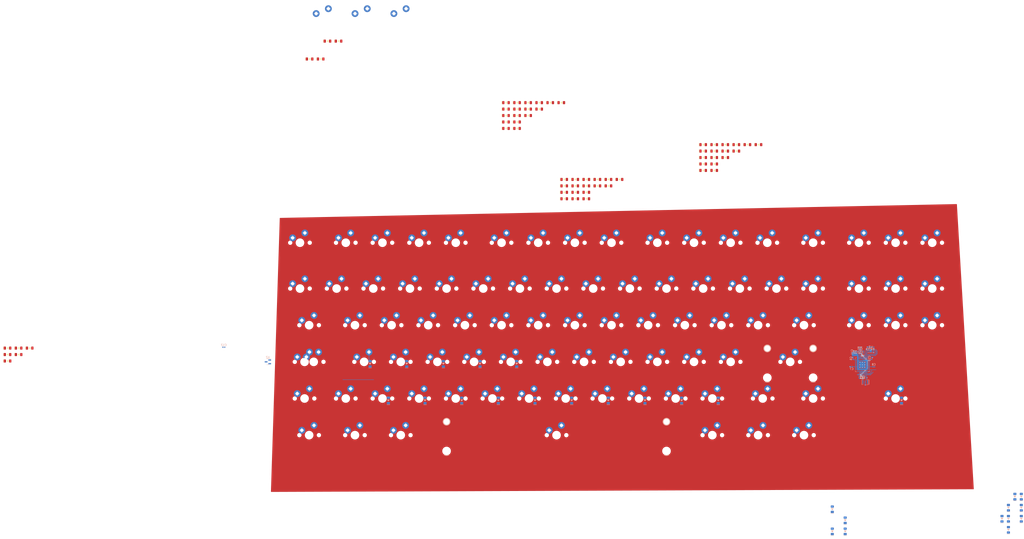
<source format=kicad_pcb>
(kicad_pcb (version 20211014) (generator pcbnew)
  (layers (0 "F.Cu" signal) (31 "B.Cu" signal) (34 "B.Paste" user) (35 "F.Paste" user) (36 "B.SilkS" user "B.Silkscreen") (37 "F.SilkS" user "F.Silkscreen") (38 "B.Mask" user) (39 "F.Mask" user) (44 "Edge.Cuts" user))
  (net 0 "")
  (net 1 "Net-(D1-Pad2)")
  (net 2 "Net-(D2-Pad2)")
  (net 3 "Net-(D3-Pad2)")
  (net 4 "Net-(D4-Pad2)")
  (net 5 "Net-(D5-Pad2)")
  (net 6 "Net-(D6-Pad2)")
  (net 7 "Net-(D7-Pad2)")
  (net 8 "Net-(D8-Pad2)")
  (net 9 "Net-(D9-Pad2)")
  (net 10 "Net-(D10-Pad2)")
  (net 11 "Net-(D11-Pad2)")
  (net 12 "Net-(D12-Pad2)")
  (net 13 "Net-(D13-Pad2)")
  (net 14 "Net-(D14-Pad2)")
  (net 15 "Net-(D15-Pad2)")
  (net 16 "Net-(D16-Pad2)")
  (net 17 "Net-(D17-Pad2)")
  (net 18 "Net-(D18-Pad2)")
  (net 19 "Net-(D19-Pad2)")
  (net 20 "Net-(D20-Pad2)")
  (net 21 "Net-(D21-Pad2)")
  (net 22 "Net-(D22-Pad2)")
  (net 23 "Net-(D23-Pad2)")
  (net 24 "Net-(D24-Pad2)")
  (net 25 "Net-(D25-Pad2)")
  (net 26 "Net-(D26-Pad2)")
  (net 27 "Net-(D27-Pad2)")
  (net 28 "Net-(D28-Pad2)")
  (net 29 "Net-(D29-Pad2)")
  (net 30 "Net-(D30-Pad2)")
  (net 31 "Net-(D31-Pad2)")
  (net 32 "Net-(D32-Pad2)")
  (net 33 "Net-(D33-Pad2)")
  (net 34 "Net-(D34-Pad2)")
  (net 35 "Net-(D35-Pad2)")
  (net 36 "Net-(D36-Pad2)")
  (net 37 "Net-(D37-Pad2)")
  (net 38 "Net-(D38-Pad2)")
  (net 39 "Net-(D39-Pad2)")
  (net 40 "Net-(D40-Pad2)")
  (net 41 "Net-(D41-Pad2)")
  (net 42 "Net-(D42-Pad2)")
  (net 43 "Net-(D43-Pad2)")
  (net 44 "Net-(D44-Pad2)")
  (net 45 "Net-(D45-Pad2)")
  (net 46 "Net-(D46-Pad2)")
  (net 47 "Net-(D47-Pad2)")
  (net 48 "Net-(D48-Pad2)")
  (net 49 "Net-(D49-Pad2)")
  (net 50 "Net-(D50-Pad2)")
  (net 51 "Net-(D51-Pad2)")
  (net 52 "Net-(MX1-Pad1)")
  (net 53 "Net-(MX19-Pad1)")
  (net 54 "Net-(MX20-Pad1)")
  (net 55 "Net-(D52-Pad2)")
  (net 56 "Net-(D53-Pad2)")
  (net 57 "Net-(D54-Pad2)")
  (net 58 "Net-(D55-Pad2)")
  (net 59 "Net-(D56-Pad2)")
  (net 60 "Net-(D57-Pad2)")
  (net 61 "Net-(D58-Pad2)")
  (net 62 "Net-(D59-Pad2)")
  (net 63 "Net-(D60-Pad2)")
  (net 64 "Net-(D61-Pad2)")
  (net 65 "Net-(D62-Pad2)")
  (net 66 "Net-(D63-Pad2)")
  (net 67 "Net-(D64-Pad2)")
  (net 68 "Net-(D65-Pad2)")
  (net 69 "Net-(D66-Pad2)")
  (net 70 "Net-(D67-Pad2)")
  (net 71 "Net-(D68-Pad2)")
  (net 72 "Net-(D69-Pad2)")
  (net 73 "Net-(D70-Pad2)")
  (net 74 "Net-(D71-Pad2)")
  (net 75 "Net-(D72-Pad2)")
  (net 76 "Net-(D73-Pad2)")
  (net 77 "Net-(D74-Pad2)")
  (net 78 "Net-(D75-Pad2)")
  (net 79 "Net-(D76-Pad2)")
  (net 80 "Net-(D77-Pad2)")
  (net 81 "Net-(D78-Pad2)")
  (net 82 "Net-(D79-Pad2)")
  (net 83 "Net-(D81-Pad2)")
  (net 84 "Net-(D80-Pad2)")
  (net 85 "Net-(D82-Pad2)")
  (net 86 "Net-(D83-Pad2)")
  (net 87 "Net-(D84-Pad2)")
  (net 88 "Net-(D85-Pad2)")
  (net 89 "Net-(D86-Pad2)")
  (net 90 "Net-(MX77-Pad1)")
  (net 91 "Net-(MX78-Pad1)")
  (net 94 "Net-(D10-Pad1)")
  (net 95 "Net-(D27-Pad1)")
  (net 96 "Net-(D46-Pad1)")
  (net 97 "Net-(D64-Pad1)")
  (net 98 "Net-(D77-Pad1)")
  (net 99 "Net-(D85-Pad1)")
  (net 100 "Net-(D87-Pad2)")
  (net 101 "Net-(D88-Pad2)")
  (net 102 "Net-(D89-Pad2)")
  (net 103 "Net-(MX38-Pad1)")
  (net 104 "Net-(MX39-Pad1)")
  (net 105 "Net-(MX40-Pad1)")
  (net 106 "Net-(MX24-Pad1)")
  (net 107 "Net-(MX8-Pad1)")
  (net 108 "Net-(MX9-Pad1)")
  (net 109 "Net-(MX10-Pad1)")
  (net 110 "Net-(MX62-Pad1)")
  (net 111 "Net-(MX65-Pad1)")
  (net 112 "Net-(MX15-Pad1)")
  (net 113 "Net-(MX33-Pad1)")
  (net 114 "Net-(MX17-Pad1)")
  (net 126 "unconnected-(U1-Pad14)")
  (net 127 "unconnected-(U1-Pad15)")
  (net 128 "unconnected-(U1-Pad16)")
  (net 129 "unconnected-(U1-Pad17)")
  (net 130 "unconnected-(U1-Pad18)")
  (net 131 "unconnected-(U1-Pad24)")
  (net 132 "unconnected-(U1-Pad25)")
  (net 148 "+3V3")
  (net 149 "GND")
  (net 150 "+5V")
  (net 151 "+1V1")
  (net 152 "D+")
  (net 153 "Net-(R1-Pad2)")
  (net 154 "Net-(R2-Pad1)")
  (net 155 "D-")
  (net 156 "Net-(U1-Pad21)")
  (net 157 "Net-(R3-Pad2)")
  (net 158 "Net-(U1-Pad20)")
  (net 159 "SD3")
  (net 160 "SCLK")
  (net 161 "SD0")
  (net 162 "SD2")
  (net 163 "SD1")
  (net 164 "SS")
  (footprint "sanproject-keyboard-part-v6:DIODE_1206_SawnsProjects" (layer "F.Cu") (at 186.928125 5.20625)
    (fp_text reference "D6")
    (fp_text value "CD4148W")
  )
  (footprint "sanproject-keyboard-part-v6:DIODE_1206_SawnsProjects" (layer "F.Cu") (at 181.178125 8.55625)
    (fp_text reference "D8")
    (fp_text value "CD4148W")
  )
  (footprint "sanproject-keyboard-part-v6:DIODE_1206_SawnsProjects" (layer "F.Cu") (at 156.675 -31.350001)
    (fp_text reference "D51")
    (fp_text value "CD4148W")
  )
  (footprint "sanproject-keyboard-part-v6:DIODE_1206_SawnsProjects" (layer "F.Cu") (at 43.0975 -57.385)
    (fp_text reference "D89")
    (fp_text value "CD4148W")
  )
  (footprint "sanproject-keyboard-part-v6:DIODE_1206_SawnsProjects" (layer "F.Cu") (at 247.649999 0.525)
    (fp_text reference "D19")
    (fp_text value "CD4148W")
  )
  (footprint "MX_Solder_SawnsProjects_AntiShear:MXOnly-1U-NoLED" (layer "F.Cu") (at 38.1 61.9125)
    (fp_text reference "MX18")
    (fp_text value "1U")
  )
  (footprint "sanproject-keyboard-part-v6:DIODE_1206_SawnsProjects" (layer "F.Cu") (at 192.678125 5.20625)
    (fp_text reference "D5")
    (fp_text value "CD4148W")
  )
  (footprint "MX_Solder_SawnsProjects_AntiShear:MXOnly-1U-NoLED" (layer "F.Cu") (at 61.9125 38.1)
    (fp_text reference "MX2")
    (fp_text value "1U")
  )
  (footprint "MX_Solder_SawnsProjects_AntiShear:MXOnly-1U-NoLED" (layer "F.Cu") (at 328.6125 80.9625)
    (fp_text reference "MX49")
    (fp_text value "1U")
  )
  (footprint "MX_Solder_SawnsProjects_AntiShear:MXOnly-1U-NoLED" (layer "F.Cu") (at 328.612501 61.9125)
    (fp_text reference "MX32")
    (fp_text value "1U")
  )
  (footprint "sanproject-keyboard-part-v6:DIODE_1206_SawnsProjects" (layer "F.Cu") (at 276.4 -12.875)
    (fp_text reference "D34")
    (fp_text value "CD4148W")
  )
  (footprint "MX_Solder_SawnsProjects_AntiShear:MXOnly-1.5U-NoLED" (layer "F.Cu") (at 42.8625 138.1125)
    (fp_text reference "MX81")
    (fp_text value "1.5U")
  )
  (footprint "MX_Solder_SawnsProjects_AntiShear:MXOnly-1U-NoLED" (layer "F.Cu") (at 328.6125 38.099999)
    (fp_text reference "MX15")
    (fp_text value "1U")
  )
  (footprint "sanproject-keyboard-part-v6:DIODE_1206_SawnsProjects" (layer "F.Cu") (at 173.925 -34.7)
    (fp_text reference "D43")
    (fp_text value "CD4148W")
  )
  (footprint "sanproject-keyboard-part-v6:DIODE_1206_SawnsProjects" (layer "F.Cu") (at 48.8475 -57.385)
    (fp_text reference "D88")
    (fp_text value "CD4148W")
  )
  (footprint "MX_Solder_SawnsProjects_AntiShear:MXOnly-1U-NoLED" (layer "F.Cu") (at 200.025 38.099999)
    (fp_text reference "MX9")
    (fp_text value "1U")
  )
  (footprint "MX_Solder_SawnsProjects_AntiShear:MXOnly-1U-NoLED" (layer "F.Cu") (at 252.4125 119.062501)
    (fp_text reference "MX77")
    (fp_text value "1U")
  )
  (footprint "MX_Solder_SawnsProjects_AntiShear:MXOnly-1U-NoLED" (layer "F.Cu") (at 261.9375 38.1)
    (fp_text reference "MX12")
    (fp_text value "1U")
  )
  (footprint "MX_Solder_SawnsProjects_AntiShear:MXOnly-1U-NoLED" (layer "F.Cu") (at 190.5 61.9125)
    (fp_text reference "MX27")
    (fp_text value "1U")
  )
  (footprint "MX_Solder_SawnsProjects_AntiShear:MXOnly-1U-NoLED" (layer "F.Cu") (at 80.9625 38.1)
    (fp_text reference "MX3")
    (fp_text value "1U")
  )
  (footprint "sanproject-keyboard-part-v6:DIODE_1206_SawnsProjects" (layer "F.Cu") (at 162.425 -31.350001)
    (fp_text reference "D47")
    (fp_text value "CD4148W")
  )
  (footprint "MX_Solder_SawnsProjects_AntiShear:MXOnly-1.5U-NoLED" (layer "F.Cu") (at 42.8625 80.9625)
    (fp_text reference "MX35")
    (fp_text value "1.5U")
  )
  (footprint "MX_Solder_SawnsProjects_AntiShear:MXOnly-1U-NoLED" (layer "F.Cu") (at 304.8 38.099999)
    (fp_text reference "MX14")
    (fp_text value "1U")
  )
  (footprint "MX_Solder_SawnsProjects_AntiShear:MXOnly-1.5U-NoLED" (layer "F.Cu") (at 300.0375 138.1125)
    (fp_text reference "MX86")
    (fp_text value "1.5U")
  )
  (footprint "MX_Solder_SawnsProjects_AntiShear:MXOnly-1U-NoLED" (layer "F.Cu") (at 366.7125 38.1)
    (fp_text reference "MX17")
    (fp_text value "1U")
  )
  (footprint "MX_Solder_SawnsProjects_AntiShear:MXOnly-1U-NoLED" (layer "F.Cu") (at 161.925 38.1)
    (fp_text reference "MX7")
    (fp_text value "1U")
  )
  (footprint "MX_Solder_SawnsProjects_AntiShear:MXOnly-1U-NoLED" (layer "F.Cu") (at 142.875 38.1)
    (fp_text reference "MX6")
    (fp_text value "1U")
  )
  (footprint "MX_Solder_SawnsProjects_AntiShear:MXOnly-1.75U-NoLED" (layer "F.Cu") (at 278.60625 119.0625)
    (fp_text reference "MX78")
    (fp_text value "1.75U")
  )
  (footprint "sanproject-keyboard-part-v6:DIODE_1206_SawnsProjects" (layer "F.Cu") (at 145.175 -31.350001)
    (fp_text reference "D40")
    (fp_text value "CD4148W")
  )
  (footprint "MX_Solder_SawnsProjects_AntiShear:MXOnly-1U-NoLED" (layer "F.Cu") (at 38.1 38.1)
    (fp_text reference "MX1")
    (fp_text value "1U")
  )
  (footprint "MX_Solder_SawnsProjects_AntiShear:MXOnly-1U-NoLED" (layer "F.Cu") (at 114.3 61.912501)
    (fp_text reference "MX22")
    (fp_text value "1U")
  )
  (footprint "MX_Solder_SawnsProjects_AntiShear:MXOnly-1U-NoLED" (layer "F.Cu") (at 214.3125 119.0625)
    (fp_text reference "MX75")
    (fp_text value "1U")
  )
  (footprint "MX_Solder_SawnsProjects_AntiShear:MXOnly-1U-NoLED" (layer "F.Cu") (at 195.2625 119.0625)
    (fp_text reference "MX74")
    (fp_text value "1U")
  )
  (footprint "MX_Solder_SawnsProjects_AntiShear:MXOnly-1U-NoLED" (layer "F.Cu") (at 285.75 61.9125)
    (fp_text reference "MX31")
    (fp_text value "1U")
  )
  (footprint "MX_Solder_SawnsProjects_AntiShear:MXOnly-1.5U-NoLED" (layer "F.Cu") (at 90.4875 138.1125)
    (fp_text reference "MX83")
    (fp_text value "1.5U")
  )
  (footprint "MX_Solder_SawnsProjects_AntiShear:MXOnly-1U-NoLED" (layer "F.Cu") (at 261.9375 100.012499)
    (fp_text reference "MX63")
    (fp_text value "1U")
  )
  (footprint "sanproject-keyboard-part-v6:DIODE_1206_SawnsProjects" (layer "F.Cu") (at -113.89375 96.218751)
    (fp_text reference "D85")
    (fp_text value "CD4148W")
  )
  (footprint "sanproject-keyboard-part-v6:DIODE_1206_SawnsProjects" (layer "F.Cu") (at 145.175 -21.299999)
    (fp_text reference "D45")
    (fp_text value "CD4148W")
  )
  (footprint "MX_Solder_SawnsProjects_AntiShear:MXOnly-1U-NoLED" (layer "F.Cu") (at 128.5875 100.0125)
    (fp_text reference "MX56")
    (fp_text value "1U")
  )
  (footprint "sanproject-keyboard-part-v6:DIODE_1206_SawnsProjects" (layer "F.Cu") (at 259.15 -6.175)
    (fp_text reference "D22")
    (fp_text value "CD4148W")
  )
  (footprint "MX_Solder_SawnsProjects_AntiShear:MXOnly-1U-NoLED" (layer "F.Cu") (at 366.7125 61.9125)
    (fp_text reference "MX34")
    (fp_text value "1U")
  )
  (footprint "sanproject-keyboard-part-v6:DIODE_1206_SawnsProjects" (layer "F.Cu") (at -108.14375 96.218751)
    (fp_text reference "D84")
    (fp_text value "CD4148W")
  )
  (footprint "MX_Solder_SawnsProjects_AntiShear:MXOnly-1U-NoLED" (layer "F.Cu") (at 347.6625 119.0625)
    (fp_text reference "MX80")
    (fp_text value "1U")
  )
  (footprint "sanproject-keyboard-part-v6:DIODE_1206_SawnsProjects" (layer "F.Cu") (at 204.178125 5.20625)
    (fp_text reference "D3")
    (fp_text value "CD4148W")
  )
  (footprint "MX_Solder_SawnsProjects_AntiShear:MXOnly-1U-NoLED" (layer "F.Cu") (at 166.687501 100.0125)
    (fp_text reference "MX58")
    (fp_text value "1U")
  )
  (footprint "sanproject-keyboard-part-v6:DIODE_1206_SawnsProjects" (layer "F.Cu") (at -113.89375 99.56875)
    (fp_text reference "D83")
    (fp_text value "CD4148W")
  )
  (footprint "MX_Solder_SawnsProjects_AntiShear:MXOnly-1U-NoLED" (layer "F.Cu") (at 119.0625 119.0625)
    (fp_text reference "MX70")
    (fp_text value "1U")
  )
  (footprint "MX_Solder_SawnsProjects_AntiShear:MXOnly-1U-NoLED" (layer "F.Cu") (at 171.45 61.9125)
    (fp_text reference "MX25")
    (fp_text value "1U")
  )
  (footprint "sanproject-keyboard-part-v6:DIODE_1206_SawnsProjects" (layer "F.Cu") (at 162.425 -34.7)
    (fp_text reference "D41")
    (fp_text value "CD4148W")
  )
  (footprint "MX_Solder_SawnsProjects_AntiShear:MXOnly-1U-NoLED" (layer "F.Cu") (at 209.55 61.912501)
    (fp_text reference "MX26")
    (fp_text value "1U")
  )
  (footprint "MX_Solder_SawnsProjects_AntiShear:MXOnly-1U-NoLED" (layer "F.Cu") (at 257.175 80.9625)
    (fp_text reference "MX46")
    (fp_text value "1U")
  )
  (footprint "sanproject-keyboard-part-v6:DIODE_1206_SawnsProjects" (layer "F.Cu") (at 198.428125 5.20625)
    (fp_text reference "D16")
    (fp_text value "CD4148W")
  )
  (footprint "sanproject-keyboard-part-v6:DIODE_1206_SawnsProjects" (layer "F.Cu") (at 150.925 -34.7)
    (fp_text reference "D37")
    (fp_text value "CD4148W")
  )
  (footprint "sanproject-keyboard-part-v6:DIODE_1206_SawnsProjects" (layer "F.Cu") (at -102.39375 92.86875)
    (fp_text reference "D80")
    (fp_text value "CD4148W")
  )
  (footprint "MX_Solder_SawnsProjects_AntiShear:MXOnly-1U-NoLED" (layer "F.Cu") (at 180.975 38.1)
    (fp_text reference "MX8")
    (fp_text value "1U")
  )
  (footprint "sanproject-keyboard-part-v6:DIODE_1206_SawnsProjects" (layer "F.Cu") (at 175.428125 5.20625)
    (fp_text reference "D13")
    (fp_text value "CD4148W")
  )
  (footprint "MX_Solder_SawnsProjects_AntiShear:MXOnly-1U-NoLED" (layer "F.Cu") (at 185.7375 100.0125)
    (fp_text reference "MX59")
    (fp_text value "1U")
  )
  (footprint "sanproject-keyboard-part-v6:DIODE_1206_SawnsProjects" (layer "F.Cu") (at 150.925 -24.65)
    (fp_text reference "D48")
    (fp_text value "CD4148W")
  )
  (footprint "MX_Solder_SawnsProjects_AntiShear:MXOnly-1U-NoLED" (layer "F.Cu") (at 238.125 80.9625)
    (fp_text reference "MX45")
    (fp_text value "1U")
  )
  (footprint "sanproject-keyboard-part-v6:DIODE_1206_SawnsProjects" (layer "F.Cu") (at 259.15 -12.875)
    (fp_text reference "D30")
    (fp_text value "CD4148W")
  )
  (footprint "MX_Solder_SawnsProjects_AntiShear:MXOnly-1U-NoLED" (layer "F.Cu") (at 204.7875 100.0125)
    (fp_text reference "MX60")
    (fp_text value "1U")
  )
  (footprint "MX_Solder_SawnsProjects_AntiShear:MXOnly-1U-NoLED" (layer "F.Cu") (at 119.0625 38.099999)
    (fp_text reference "MX5")
    (fp_text value "1U")
  )
  (footprint "MX_Solder_SawnsProjects_AntiShear:MXOnly-1U-NoLED" (layer "F.Cu") (at 138.1125 119.0625)
    (fp_text reference "MX71")
    (fp_text value "1U")
  )
  (footprint "MX_Solder_SawnsProjects_AntiShear:MXOnly-1U-NoLED" (layer "F.Cu") (at 80.9625 119.0625)
    (fp_text reference "MX68")
    (fp_text value "1U")
  )
  (footprint "sanproject-keyboard-part-v6:DIODE_1206_SawnsProjects" (layer "F.Cu") (at 150.925 -28)
    (fp_text reference "D42")
    (fp_text value "CD4148W")
  )
  (footprint "MX_Solder_SawnsProjects_AntiShear:MXOnly-1U-NoLED" (layer "F.Cu") (at 228.6 61.9125)
    (fp_text reference "MX28")
    (fp_text value "1U")
  )
  (footprint "MX_Solder_SawnsProjects_AntiShear:MXOnly-1U-NoLED" (layer "F.Cu") (at 276.225 138.1125)
    (fp_text reference "MX85")
    (fp_text value "1U")
  )
  (footprint "sanproject-keyboard-part-v6:DIODE_1206_SawnsProjects" (layer "F.Cu") (at 181.178125 5.20625)
    (fp_text reference "D10")
    (fp_text value "CD4148W")
  )
  (footprint "sanproject-keyboard-part-v6:DIODE_1206_SawnsProjects" (layer "F.Cu") (at 198.428125 8.55625)
    (fp_text reference "D15")
    (fp_text value "CD4148W")
  )
  (footprint "MX_Solder_SawnsProjects_AntiShear:MXOnly-1U-NoLED" (layer "F.Cu") (at 76.2 61.9125)
    (fp_text reference "MX20")
    (fp_text value "1U")
  )
  (footprint "MX_Solder_SawnsProjects_AntiShear:MXOnly-1U-NoLED" (layer "F.Cu") (at 123.825 80.9625)
    (fp_text reference "MX39")
    (fp_text value "1U")
  )
  (footprint "MX_Solder_SawnsProjects_AntiShear:MXOnly-2.25U-NoLED" (layer "F.Cu") (at 292.89375 100.0125)
    (fp_text reference "MX64")
    (fp_text value "2.25U")
  )
  (footprint "MX_Solder_SawnsProjects_AntiShear:MXOnly-1U-NoLED" (layer "F.Cu") (at 242.8875 100.0125)
    (fp_text reference "MX62")
    (fp_text value "1U")
  )
  (footprint "sanproject-keyboard-part-v6:DIODE_1206_SawnsProjects" (layer "F.Cu") (at 150.925 -21.299999)
    (fp_text reference "D38")
    (fp_text value "CD4148W")
  )
  (footprint "sanproject-keyboard-part-v6:DIODE_1206_SawnsProjects" (layer "F.Cu") (at 247.65 -2.825)
    (fp_text reference "D31")
    (fp_text value "CD4148W")
  )
  (footprint "MX_Solder_SawnsProjects_AntiShear:MXOnly-1U-NoLED" (layer "F.Cu") (at 180.975 80.9625)
    (fp_text reference "MX42")
    (fp_text value "1U")
  )
  (footprint "sanproject-keyboard-part-v6:DIODE_1206_SawnsProjects" (layer "F.Cu") (at 253.4 -2.825)
    (fp_text reference "D24")
    (fp_text value "CD4148W")
  )
  (footprint "sanproject-keyboard-part-v6:DIODE_1206_SawnsProjects" (layer "F.Cu") (at 192.678125 8.55625)
    (fp_text reference "D7")
    (fp_text value "CD4148W")
  )
  (footprint "MX_Solder_SawnsProjects_AntiShear:MXOnly-1U-NoLED" (layer "F.Cu") (at 242.8875 38.1)
    (fp_text reference "MX11")
    (fp_text value "1U")
  )
  (footprint "MX_Solder_SawnsProjects_AntiShear:MXOnly-1U-NoLED" (layer "F.Cu") (at 70.5225 -78.45)
    (fp_text reference "MX90")
    (fp_text value "1U")
  )
  (footprint "sanproject-keyboard-part-v6:DIODE_1206_SawnsProjects" (layer "F.Cu") (at 247.65 -12.875)
    (fp_text reference "D33")
    (fp_text value "CD4148W")
  )
  (footprint "MX_Solder_SawnsProjects_AntiShear:MXOnly-1U-NoLED" (layer "F.Cu") (at 347.6625 38.1)
    (fp_text reference "MX16")
    (fp_text value "1U")
  )
  (footprint "MX_Solder_SawnsProjects_AntiShear:MXOnly-1U-NoLED" (layer "F.Cu") (at 57.15 61.9125)
    (fp_text reference "MX19")
    (fp_text value "1U")
  )
  (footprint "MX_Solder_SawnsProjects_AntiShear:MXOnly-1U-NoLED" (layer "F.Cu") (at 147.637499 100.0125)
    (fp_text reference "MX57")
    (fp_text value "1U")
  )
  (footprint "sanproject-keyboard-part-v6:DIODE_1206_SawnsProjects" (layer "F.Cu") (at 181.178125 11.90625)
    (fp_text reference "D11")
    (fp_text value "CD4148W")
  )
  (footprint "MX_Solder_SawnsProjects_AntiShear:MXOnly-1U-NoLED" (layer "F.Cu") (at 95.249999 61.9125)
    (fp_text reference "MX21")
    (fp_text value "1U")
  )
  (footprint "sanproject-keyboard-part-v6:DIODE_1206_SawnsProjects" (layer "F.Cu") (at 181.178125 15.25625)
    (fp_text reference "D17")
    (fp_text value "CD4148W")
  )
  (footprint "MX_Solder_SawnsProjects_AntiShear:MXOnly-1U-NoLED" (layer "F.Cu") (at 71.4375 100.0125)
    (fp_text reference "MX53")
    (fp_text value "1U")
  )
  (footprint "sanproject-keyboard-part-v6:DIODE_1206_SawnsProjects" (layer "F.Cu") (at 58.1375 -66.675)
    (fp_text reference "D87")
    (fp_text value "CD4148W")
  )
  (footprint "sanproject-keyboard-part-v6:DIODE_1206_SawnsProjects" (layer "F.Cu") (at 253.4 -6.175)
    (fp_text reference "D26")
    (fp_text value "CD4148W")
  )
  (footprint "sanproject-keyboard-part-v6:DIODE_1206_SawnsProjects" (layer "F.Cu") (at 175.428125 15.25625)
    (fp_text reference "D9")
    (fp_text value "CD4148W")
  )
  (footprint "MX_Solder_SawnsProjects_AntiShear:MXOnly-1U-NoLED" (layer "F.Cu") (at 266.7 61.9125)
    (fp_text reference "MX30")
    (fp_text value "1U")
  )
  (footprint "sanproject-keyboard-part-v6:DIODE_1206_SawnsProjects" (layer "F.Cu") (at -113.89375 92.86875)
    (fp_text reference "D82")
    (fp_text value "CD4148W")
  )
  (footprint "MX_Solder_SawnsProjects_AntiShear:MXOnly-1U-NoLED" (layer "F.Cu") (at 200.025 80.9625)
    (fp_text reference "MX43")
    (fp_text value "1U")
  )
  (footprint "MX_Solder_SawnsProjects_AntiShear:MXOnly-1U-NoLED" (layer "F.Cu") (at 90.7225 -78.45)
    (fp_text reference "MX91")
    (fp_text value "1U")
  )
  (footprint "MX_Solder_SawnsProjects_AntiShear:MXOnly-1U-NoLED" (layer "F.Cu") (at 161.925 80.9625)
    (fp_text reference "MX41")
    (fp_text value "1U")
  )
  (footprint "MX_Solder_SawnsProjects_AntiShear:MXOnly-1U-NoLED" (layer "F.Cu") (at 142.875 80.9625)
    (fp_text reference "MX40")
    (fp_text value "1U")
  )
  (footprint "MX_Solder_SawnsProjects_AntiShear:MXOnly-1U-NoLED" (layer "F.Cu") (at 347.6625 61.9125)
    (fp_text reference "MX33")
    (fp_text value "1U")
  )
  (footprint "sanproject-keyboard-part-v6:DIODE_1206_SawnsProjects" (layer "F.Cu") (at 156.675 -28)
    (fp_text reference "D36")
    (fp_text value "CD4148W")
  )
  (footprint "MX_Solder_SawnsProjects_AntiShear:MXOnly-1.75U-NoLED" (layer "F.Cu") (at 45.243749 100.0125)
    (fp_text reference "MX52")
    (fp_text value "1.75U")
  )
  (footprint "sanproject-keyboard-part-v6:DIODE_1206_SawnsProjects" (layer "F.Cu") (at 175.428125 11.90625)
    (fp_text reference "D14")
    (fp_text value "CD4148W")
  )
  (footprint "sanproject-keyboard-part-v6:DIODE_1206_SawnsProjects" (layer "F.Cu") (at 253.4 -12.875)
    (fp_text reference "D21")
    (fp_text value "CD4148W")
  )
  (footprint "sanproject-keyboard-part-v6:DIODE_1206_SawnsProjects" (layer "F.Cu") (at 145.175 -28)
    (fp_text reference "D39")
    (fp_text value "CD4148W")
  )
  (footprint "sanproject-keyboard-part-v6:DIODE_1206_SawnsProjects" (layer "F.Cu") (at 264.9 -9.525)
    (fp_text reference "D29")
    (fp_text value "CD4148W")
  )
  (footprint "MX_Solder_SawnsProjects_AntiShear:MXOnly-1U-NoLED" (layer "F.Cu") (at 304.8 119.0625)
    (fp_text reference "MX79")
    (fp_text value "1U")
  )
  (footprint "MX_Solder_SawnsProjects_AntiShear:MXOnly-1U-NoLED" (layer "F.Cu") (at 85.725 80.9625)
    (fp_text reference "MX37")
    (fp_text value "1U")
  )
  (footprint "MX_Solder_SawnsProjects_AntiShear:MXOnly-1U-NoLED" (layer "F.Cu") (at 66.675 138.1125)
    (fp_text reference "MX82")
    (fp_text value "1U")
  )
  (footprint "MX_Solder_SawnsProjects_AntiShear:MXOnly-1U-NoLED" (layer "F.Cu") (at 280.9875 38.1)
    (fp_text reference "MX13")
    (fp_text value "1U")
  )
  (footprint "MX_Solder_SawnsProjects_AntiShear:MXOnly-1U-NoLED" (layer "F.Cu") (at 247.65 61.9125)
    (fp_text reference "MX29")
    (fp_text value "1U")
  )
  (footprint "sanproject-keyboard-part-v6:DIODE_1206_SawnsProjects" (layer "F.Cu") (at 186.928125 11.90625)
    (fp_text reference "D1")
    (fp_text value "CD4148W")
  )
  (footprint "MX_Solder_SawnsProjects_AntiShear:MXOnly-1U-NoLED" (layer "F.Cu") (at 61.9125 119.062501)
    (fp_text reference "MX67")
    (fp_text value "1U")
  )
  (footprint "MX_Solder_SawnsProjects_AntiShear:MXOnly-1U-NoLED" (layer "F.Cu") (at 366.7125 80.9625)
    (fp_text reference "MX51")
    (fp_text value "1U")
  )
  (footprint "sanproject-keyboard-part-v6:DIODE_1206_SawnsProjects" (layer "F.Cu") (at 270.65 -12.875)
    (fp_text reference "D32")
    (fp_text value "CD4148W")
  )
  (footprint "sanproject-keyboard-part-v6:DIODE_1206_SawnsProjects" (layer "F.Cu") (at 186.928125 15.25625)
    (fp_text reference "D4")
    (fp_text value "CD4148W")
  )
  (footprint "sanproject-keyboard-part-v6:DIODE_1206_SawnsProjects" (layer "F.Cu") (at 259.15 -9.525)
    (fp_text reference "D25")
    (fp_text value "CD4148W")
  )
  (footprint "sanproject-keyboard-part-v6:DIODE_1206_SawnsProjects" (layer "F.Cu") (at -108.14375 92.86875)
    (fp_text reference "D86")
    (fp_text value "CD4148W")
  )
  (footprint "sanproject-keyboard-part-v6:DIODE_1206_SawnsProjects" (layer "F.Cu") (at 150.925 -31.350001)
    (fp_text reference "D50")
    (fp_text value "CD4148W")
  )
  (footprint "MX_Solder_SawnsProjects_AntiShear:MXOnly-1U-NoLED" (layer "F.Cu") (at 90.4875 100.0125)
    (fp_text reference "MX54")
    (fp_text value "1U")
  )
  (footprint "MX_Solder_SawnsProjects_AntiShear:MXOnly-1U-NoLED" (layer "F.Cu") (at 276.225 80.9625)
    (fp_text reference "MX47")
    (fp_text value "1U")
  )
  (footprint "MX_Solder_SawnsProjects_AntiShear:MXOnly-1U-NoLED" (layer "F.Cu") (at 133.35 61.9125)
    (fp_text reference "MX23")
    (fp_text value "1U")
  )
  (footprint "MX_Solder_SawnsProjects_AntiShear:MXOnly-7U-NoLED" (layer "F.Cu") (at 171.45 138.1125)
    (fp_text reference "MX87")
    (fp_text value "7U")
  )
  (footprint "MX_Solder_SawnsProjects_AntiShear:MXOnly-1U-NoLED" (layer "F.Cu") (at 157.1625 119.062501)
    (fp_text reference "MX72")
    (fp_text value "1U")
  )
  (footprint "MX_Solder_SawnsProjects_AntiShear:MXOnly-1U-NoLED" (layer "F.Cu") (at 152.4 61.9125)
    (fp_text reference "MX24")
    (fp_text value "1U")
  )
  (footprint "sanproject-keyboard-part-v6:DIODE_1206_SawnsProjects" (layer "F.Cu") (at 175.428125 8.55625)
    (fp_text reference "D12")
    (fp_text value "CD4148W")
  )
  (footprint "MX_Solder_SawnsProjects_AntiShear:MXOnly-1U-NoLED" (layer "F.Cu") (at 219.075 80.9625)
    (fp_text reference "MX44")
    (fp_text value "1U")
  )
  (footprint "sanproject-keyboard-part-v6:DIODE_1206_SawnsProjects" (layer "F.Cu") (at 247.65 -6.175)
    (fp_text reference "D27")
    (fp_text value "CD4148W")
  )
  (footprint "MX_Solder_SawnsProjects_AntiShear:MXOnly-1U-NoLED" (layer "F.Cu") (at 233.3625 119.0625)
    (fp_text reference "MX76")
    (fp_text value "1U")
  )
  (footprint "MX_Solder_SawnsProjects_AntiShear:MXOnly-1.25U-NoLED" (layer "F.Cu") (at 40.48125 119.062501)
    (fp_text reference "MX66")
    (fp_text value "1.25U")
  )
  (footprint "sanproject-keyboard-part-v6:DIODE_1206_SawnsProjects" (layer "F.Cu") (at 264.9 -12.875)
    (fp_text reference "D23")
    (fp_text value "CD4148W")
  )
  (footprint "MX_Solder_SawnsProjects_AntiShear:MXOnly-1U-NoLED" (layer "F.Cu") (at 223.8375 38.099999)
    (fp_text reference "MX10")
    (fp_text value "1U")
  )
  (footprint "MX_Solder_SawnsProjects_AntiShear:MXOnly-1U-NoLED" (layer "F.Cu") (at 347.6625 80.9625)
    (fp_text reference "MX50")
    (fp_text value "1U")
  )
  (footprint "MX_Solder_SawnsProjects_AntiShear:MXOnly-1.5U-NoLED" (layer "F.Cu") (at 300.0375 80.9625)
    (fp_text reference "MX48")
    (fp_text value "1.5U")
  )
  (footprint "MX_Solder_SawnsProjects_AntiShear:MXOnly-1U-NoLED" (layer "F.Cu") (at 223.8375 100.0125)
    (fp_text reference "MX61")
    (fp_text value "1U")
  )
  (footprint "MX_Solder_SawnsProjects_AntiShear:MXOnly-1U-NoLED" (layer "F.Cu") (at 50.3225 -78.45)
    (fp_text reference "MX89")
    (fp_text value "1U")
  )
  (footprint "MX_Solder_SawnsProjects_AntiShear:MXOnly-1U-NoLED" (layer "F.Cu") (at 100.0125 38.099999)
    (fp_text reference "MX4")
    (fp_text value "1U")
  )
  (footprint "sanproject-keyboard-part-v6:DIODE_1206_SawnsProjects" (layer "F.Cu") (at 168.175 -34.7)
    (fp_text reference "D44")
    (fp_text value "CD4148W")
  )
  (footprint "MX_Solder_SawnsProjects_AntiShear:MXOnly-1U-NoLED" (layer "F.Cu") (at 109.5375 100.0125)
    (fp_text reference "MX55")
    (fp_text value "1U")
  )
  (footprint "sanproject-keyboard-part-v6:DIODE_1206_SawnsProjects" (layer "F.Cu") (at 253.4 -9.525)
    (fp_text reference "D28")
    (fp_text value "CD4148W")
  )
  (footprint "sanproject-keyboard-part-v6:DIODE_1206_SawnsProjects" (layer "F.Cu") (at 145.175 -24.65)
    (fp_text reference "D35")
    (fp_text value "CD4148W")
  )
  (footprint "sanproject-keyboard-part-v6:DIODE_1206_SawnsProjects" (layer "F.Cu") (at 52.3875 -66.675)
    (fp_text reference "D65")
    (fp_text value "CD4148W")
  )
  (footprint "MX_Solder_SawnsProjects_AntiShear:MXOnly-1U-NoLED" (layer "F.Cu") (at 66.675 80.9625)
    (fp_text reference "MX36")
    (fp_text value "1U")
  )
  (footprint "MX_Solder_SawnsProjects_AntiShear:MXOnly-1U-NoLED" (layer "F.Cu") (at 176.2125 119.0625)
    (fp_text reference "MX73")
    (fp_text value "1U")
  )
  (footprint "MX_Solder_SawnsProjects_AntiShear:MXOnly-1U-NoLED" (layer "F.Cu") (at 100.0125 119.0625)
    (fp_text reference "MX69")
    (fp_text value "1U")
  )
  (footprint "sanproject-keyboard-part-v6:DIODE_1206_SawnsProjects" (layer "F.Cu") (at 247.649999 -9.525)
    (fp_text reference "D18")
    (fp_text value "CD4148W")
  )
  (footprint "sanproject-keyboard-part-v6:DIODE_1206_SawnsProjects" (layer "F.Cu") (at 186.928125 8.55625)
    (fp_text reference "D2")
    (fp_text value "CD4148W")
  )
  (footprint "MX_Solder_SawnsProjects_AntiShear:MXOnly-1U-NoLED" (layer "F.Cu") (at 104.775 80.9625)
    (fp_text reference "MX38")
    (fp_text value "1U")
  )
  (footprint "MX_Solder_SawnsProjects_AntiShear:MXOnly-1.5U-NoLED" (layer "F.Cu") (at 252.4125 138.1125)
    (fp_text reference "MX84")
    (fp_text value "1.5U")
  )
  (footprint "sanproject-keyboard-part-v6:DIODE_1206_SawnsProjects" (layer "F.Cu") (at 145.175 -34.7)
    (fp_text reference "D46")
    (fp_text value "CD4148W")
  )
  (footprint "sanproject-keyboard-part-v6:DIODE_1206_SawnsProjects" (layer "F.Cu") (at 156.675 -34.7)
    (fp_text reference "D49")
    (fp_text value "CD4148W")
  )
  (footprint "sanproject-keyboard-part-v6:DIODE_1206_SawnsProjects" (layer "F.Cu") (at 253.4 0.525)
    (fp_text reference "D20")
    (fp_text value "CD4148W")
  )
  (footprint "MX_Solder_SawnsProjects_AntiShear:MXOnly-1U-NoLED" (layer "F.Cu") (at 304.799999 61.9125)
    (fp_text reference "MX65")
    (fp_text value "1U")
  )
  (footprint "MX_Solder_SawnsProjects_AntiShear:MXOnly-1.25U-NoLED" (layer "F.Cu") (at 40.481249 100.0125)
    (fp_text reference "MX88")
    (fp_text value "1.25U")
  )
  (footprint "MX_Solder_SawnsProjects_v2:RP2040-QFN-56" (layer "B.Cu") (at 330.407838 101.551968 180)
    (fp_text reference "U1")
    (fp_text value "RP2040")
  )
  (footprint "Capacitor_SMD:C_0402_1005Metric" (layer "B.Cu") (at 336.307838 102.551968 180)
    (fp_text reference "C8")
    (fp_text value "0.1uF")
  )
  (footprint "sanproject-keyboard-part-v6:DIODE_1206_SawnsProjects" (layer "B.Cu") (at 350.7615 120.0625 90)
    (fp_text reference "D81")
    (fp_text value "CD4148W")
  )
  (footprint "sanproject-keyboard-part-v6:DIODE_1206_SawnsProjects" (layer "B.Cu") (at 413.006251 181.55625 90)
    (fp_text reference "D59")
    (fp_text value "CD4148W")
  )
  (footprint "sanproject-keyboard-part-v6:DIODE_1206_SawnsProjects" (layer "B.Cu") (at 198.3615 120.0625 90)
    (fp_text reference "D74")
    (fp_text value "CD4148W")
  )
  (footprint "sanproject-keyboard-part-v6:DIODE_1206_SawnsProjects" (layer "B.Cu") (at 314.76875 176.61875 90)
    (fp_text reference "D78")
    (fp_text value "CD4148W")
  )
  (footprint "sanproject-keyboard-part-v6:DIODE_1206_SawnsProjects" (layer "B.Cu") (at 160.261499 120.0625 90)
    (fp_text reference "D72")
    (fp_text value "CD4148W")
  )
  (footprint "sanproject-keyboard-part-v6:DIODE_1206_SawnsProjects" (layer "B.Cu") (at 141.2115 120.0625 90)
    (fp_text reference "D71")
    (fp_text value "CD4148W")
  )
  (footprint "sanproject-keyboard-part-v6:DIODE_1206_SawnsProjects" (layer "B.Cu") (at 84.0615 120.0625 90)
    (fp_text reference "D68")
    (fp_text value "CD4148W")
  )
  (footprint "sanproject-keyboard-part-v6:DIODE_1206_SawnsProjects" (layer "B.Cu") (at 406.30625 187.30625 90)
    (fp_text reference "D64")
    (fp_text value "CD4148W")
  )
  (footprint "sanproject-keyboard-part-v6:DIODE_1206_SawnsProjects" (layer "B.Cu") (at 406.30625 175.80625 90)
    (fp_text reference "D52")
    (fp_text value "CD4148W")
  )
  (footprint "sanproject-keyboard-part-v6:DIODE_1206_SawnsProjects" (layer "B.Cu") (at 236.4615 120.0625 90)
    (fp_text reference "D76")
    (fp_text value "CD4148W")
  )
  (footprint "sanproject-keyboard-part-v6:DIODE_1206_SawnsProjects" (layer "B.Cu") (at 314.76875 188.11875 90)
    (fp_text reference "D79")
    (fp_text value "CD4148W")
  )
  (footprint "Resistor_SMD:R_0402_1005Metric" (layer "B.Cu") (at 335.807838 92.314468)
    (fp_text reference "R4")
    (fp_text value "10k")
  )
  (footprint "Capacitor_SMD:C_0402_1005Metric" (layer "B.Cu") (at 328.807838 108.051967 90)
    (fp_text reference "C1")
    (fp_text value "0.1uF")
  )
  (footprint "sanproject-keyboard-part-v6:DIODE_1206_SawnsProjects" (layer "B.Cu") (at 217.4115 120.0625 90)
    (fp_text reference "D75")
    (fp_text value "CD4148W")
  )
  (footprint "Resistor_SMD:R_0402_1005Metric" (layer "B.Cu") (at 331.007838 108.051967 -90)
    (fp_text reference "R3")
    (fp_text value "1k")
  )
  (footprint "sanproject-keyboard-part-v6:DIODE_1206_SawnsProjects" (layer "B.Cu") (at 409.65625 170.05625 90)
    (fp_text reference "D61")
    (fp_text value "CD4148W")
  )
  (footprint "Resistor_SMD:R_0402_1005Metric" (layer "B.Cu") (at 328.707838 92.931968 90)
    (fp_text reference "R2")
    (fp_text value "27R")
  )
  (footprint "sanproject-keyboard-part-v6:DIODE_1206_SawnsProjects" (layer "B.Cu") (at 74.5365 101.0125 90)
    (fp_text reference "D53")
    (fp_text value "CD4148W")
  )
  (footprint "sanproject-keyboard-part-v6:DIODE_1206_SawnsProjects" (layer "B.Cu") (at 131.6865 101.0125 90)
    (fp_text reference "D56")
    (fp_text value "CD4148W")
  )
  (footprint "Capacitor_SMD:C_0402_1005Metric" (layer "B.Cu") (at 326.207838 94.931968 -90)
    (fp_text reference "C11")
    (fp_text value "0.1uF")
  )
  (footprint "sanproject-keyboard-part-v6:DIODE_1206_SawnsProjects" (layer "B.Cu") (at 413.00625 170.056251 90)
    (fp_text reference "D58")
    (fp_text value "CD4148W")
  )
  (footprint "Package_SON:SON-8-1EP_3x2mm_P0.5mm_EP1.4x1.6mm" (layer "B.Cu") (at 334.707838 94.214468 180)
    (fp_text reference "U3")
    (fp_text value "W25Q16JVUXIQ")
  )
  (footprint "Capacitor_SMD:C_0402_1005Metric" (layer "B.Cu") (at -1.469152 92.423544 180)
    (fp_text reference "C12")
    (fp_text value "22uF")
  )
  (footprint "Capacitor_SMD:C_0402_1005Metric" (layer "B.Cu") (at 325.607838 98.251968 -90)
    (fp_text reference "C6")
    (fp_text value "0.1uF")
  )
  (footprint "Capacitor_SMD:C_0402_1005Metric" (layer "B.Cu") (at 329.907838 108.051968 90)
    (fp_text reference "C5")
    (fp_text value "0.1uF")
  )
  (footprint "sanproject-keyboard-part-v6:DIODE_1206_SawnsProjects" (layer "B.Cu") (at 406.30625 181.55625 90)
    (fp_text reference "D62")
    (fp_text value "CD4148W")
  )
  (footprint "Capacitor_SMD:C_0402_1005Metric" (layer "B.Cu") (at 330.107838 94.931967 -90)
    (fp_text reference "C9")
    (fp_text value "0.1uF")
  )
  (footprint "Package_TO_SOT_SMD:SOT-23" (layer "B.Cu") (at 21.43125 100.0125 180)
    (fp_text reference "U2")
    (fp_text value "MCP1700-1202E_SOT23")
  )
  (footprint "sanproject-keyboard-part-v6:DIODE_1206_SawnsProjects" (layer "B.Cu") (at 255.5115 120.0625 90)
    (fp_text reference "D77")
    (fp_text value "CD4148W")
  )
  (footprint "Capacitor_SMD:C_0402_1005Metric" (layer "B.Cu") (at 327.307838 94.931967 -90)
    (fp_text reference "C4")
    (fp_text value "1uF")
  )
  (footprint "sanproject-keyboard-part-v6:DIODE_1206_SawnsProjects" (layer "B.Cu") (at 179.311501 120.0625 90)
    (fp_text reference "D73")
    (fp_text value "CD4148W")
  )
  (footprint "Capacitor_SMD:C_0402_1005Metric" (layer "B.Cu") (at 331.107838 94.931968 -90)
    (fp_text reference "C2")
    (fp_text value "0.1uF")
  )
  (footprint "sanproject-keyboard-part-v6:DIODE_1206_SawnsProjects" (layer "B.Cu") (at 402.956249 181.55625 90)
    (fp_text reference "D63")
    (fp_text value "CD4148W")
  )
  (footprint "Capacitor_SMD:C_0402_1005Metric" (layer "B.Cu") (at 324.807838 102.551968)
    (fp_text reference "C7")
    (fp_text value "0.1uF")
  )
  (footprint "sanproject-keyboard-part-v6:DIODE_1206_SawnsProjects" (layer "B.Cu") (at 93.5865 101.0125 90)
    (fp_text reference "D54")
    (fp_text value "CD4148W")
  )
  (footprint "Crystal:Resonator_SMD_Murata_CSTxExxV-3Pin_3.0x1.1mm" (layer "B.Cu") (at 331.87153 110.590347 180)
    (fp_text reference "Y1")
    (fp_text value "12MHz")
  )
  (footprint "sanproject-keyboard-part-v6:DIODE_1206_SawnsProjects" (layer "B.Cu") (at 413.00625 175.806251 90)
    (fp_text reference "D60")
    (fp_text value "CD4148W")
  )
  (footprint "Capacitor_SMD:C_0402_1005Metric" (layer "B.Cu") (at 328.307838 94.931968 -90)
    (fp_text reference "C3")
    (fp_text value "1uF")
  )
  (footprint "Capacitor_SMD:C_0402_1005Metric" (layer "B.Cu") (at 333.807838 92.314468)
    (fp_text reference "C13")
    (fp_text value "0.1uF")
  )
  (footprint "Resistor_SMD:R_0402_1005Metric" (layer "B.Cu") (at 329.707838 92.931968 -90)
    (fp_text reference "R1")
    (fp_text value "27R")
  )
  (footprint "sanproject-keyboard-part-v6:DIODE_1206_SawnsProjects" (layer "B.Cu") (at 103.1115 120.0625 90)
    (fp_text reference "D69")
    (fp_text value "CD4148W")
  )
  (footprint "sanproject-keyboard-part-v6:DIODE_1206_SawnsProjects" (layer "B.Cu") (at 112.6365 101.0125 90)
    (fp_text reference "D55")
    (fp_text value "CD4148W")
  )
  (footprint "sanproject-keyboard-part-v6:DIODE_1206_SawnsProjects" (layer "B.Cu") (at 122.1615 120.0625 90)
    (fp_text reference "D70")
    (fp_text value "CD4148W")
  )
  (footprint "sanproject-keyboard-part-v6:DIODE_1206_SawnsProjects" (layer "B.Cu") (at 321.46875 182.36875 90)
    (fp_text reference "D67")
    (fp_text value "CD4148W")
  )
  (footprint "Capacitor_SMD:C_0402_1005Metric" (layer "B.Cu") (at 335.207838 98.251967 -90)
    (fp_text reference "C10")
    (fp_text value "0.1uF")
  )
  (footprint "sanproject-keyboard-part-v6:DIODE_1206_SawnsProjects" (layer "B.Cu") (at 150.7365 101.0125 90)
    (fp_text reference "D57")
    (fp_text value "CD4148W")
  )
  (footprint "sanproject-keyboard-part-v6:DIODE_1206_SawnsProjects" (layer "B.Cu") (at 321.46875 188.11875 90)
    (fp_text reference "D66")
    (fp_text value "CD4148W")
  )
  (segment (start 73.9775 95.982501) (end 73.9775 99.85375) (width 0.25) (layer "B.Cu") (net 56))
  (segment (start 333.845338 104.151967) (end 337.507838 104.151968) (width 0.2) (layer "B.Cu") (net 126))
  (segment (start 60.331981 109.252686) (end 76.454016 109.252686) (width 0.2) (layer "B.Cu") (net 126))
  (segment (start 333.011024 104.986282) (end 334.907837 104.986282) (width 0.2) (layer "B.Cu") (net 127))
  (segment (start 334.907837 104.986282) (end 334.973523 104.986282) (width 0.2) (layer "B.Cu") (net 127))
  (segment (start 333.007838 104.989468) (end 333.011024 104.986282) (width 0.2) (layer "B.Cu") (net 127))
  (segment (start 334.973523 104.986282) (end 335.407838 104.551968) (width 0.2) (layer "B.Cu") (net 127))
  (segment (start 332.607838 104.989468) (end 332.607838 105.789224) (width 0.2) (layer "B.Cu") (net 128))
  (segment (start 332.607838 105.789224) (end 332.78921 105.970596) (width 0.2) (layer "B.Cu") (net 128))
  (segment (start 332.870582 106.051968) (end 333.907838 106.051968) (width 0.2) (layer "B.Cu") (net 128))
  (segment (start 334.276466 106.051968) (end 334.942152 105.386282) (width 0.2) (layer "B.Cu") (net 128))
  (segment (start 333.907838 106.051968) (end 334.276466 106.051968) (width 0.2) (layer "B.Cu") (net 128))
  (segment (start 332.78921 105.970596) (end 332.870582 106.051968) (width 0.2) (layer "B.Cu") (net 128))
  (segment (start 334.442152 106.451968) (end 335.324995 105.569125) (width 0.2) (layer "B.Cu") (net 129))
  (segment (start 332.556367 106.303439) (end 332.704896 106.451968) (width 0.2) (layer "B.Cu") (net 129))
  (segment (start 334.007838 106.451968) (end 334.442152 106.451968) (width 0.2) (layer "B.Cu") (net 129))
  (segment (start 332.207838 105.954909) (end 332.556367 106.303439) (width 0.2) (layer "B.Cu") (net 129))
  (segment (start 332.704896 106.451968) (end 334.007838 106.451968) (width 0.2) (layer "B.Cu") (net 129))
  (segment (start 332.207838 104.989468) (end 332.207838 105.954909) (width 0.2) (layer "B.Cu") (net 129))
  (segment (start 332.273524 106.586282) (end 332.53921 106.851968) (width 0.2) (layer "B.Cu") (net 130))
  (segment (start 335.907838 105.551967) (end 335.907838 105.151968) (width 0.2) (layer "B.Cu") (net 130))
  (segment (start 331.807838 104.989468) (end 331.807837 106.120596) (width 0.2) (layer "B.Cu") (net 130))
  (segment (start 331.807837 106.120596) (end 332.273524 106.586282) (width 0.2) (layer "B.Cu") (net 130))
  (segment (start 334.607838 106.851968) (end 335.907838 105.551967) (width 0.2) (layer "B.Cu") (net 130))
  (segment (start 332.53921 106.851968) (end 334.607838 106.851968) (width 0.2) (layer "B.Cu") (net 130))
  (segment (start 328.607838 106.851968) (end 327.707838 106.851968) (width 0.2) (layer "B.Cu") (net 131))
  (segment (start 329.407838 106.051968) (end 328.707838 106.751968) (width 0.2) (layer "B.Cu") (net 131))
  (segment (start 329.407838 104.989468) (end 329.407838 106.051968) (width 0.2) (layer "B.Cu") (net 131))
  (segment (start 328.707838 106.751968) (end 328.607838 106.851968) (width 0.2) (layer "B.Cu") (net 131))
  (segment (start 328.474995 106.419124) (end 328.442152 106.451967) (width 0.2) (layer "B.Cu") (net 132))
  (segment (start 329.007837 105.886282) (end 328.474995 106.419124) (width 0.2) (layer "B.Cu") (net 132))
  (segment (start 328.442152 106.451967) (end 327.707838 106.451968) (width 0.2) (layer "B.Cu") (net 132))
  (segment (start 329.007838 104.989468) (end 329.007837 105.886282) (width 0.2) (layer "B.Cu") (net 132))
  (segment (start 330.007338 95.765468) (end 332.407838 93.364968) (width 0.2) (layer "F.Cu") (net 148))
  (segment (start 330.007338 96.014468) (end 330.007338 95.765468) (width 0.2) (layer "F.Cu") (net 148))
  (via (at 330.007338 96.014468) (size 0.6) (drill 0.3) (layers "F.Cu" "B.Cu") (net 148))
  (via (at 332.407838 93.364968) (size 0.6) (drill 0.3) (layers "F.Cu" "B.Cu") (net 148))
  (segment (start 330.207838 104.989468) (end 330.207837 107.271968) (width 0.2) (layer "B.Cu") (net 148))
  (segment (start 333.070338 98.951968) (end 332.907838 99.114468) (width 0.2) (layer "B.Cu") (net 148))
  (segment (start 333.845338 98.951968) (end 333.070338 98.951968) (width 0.2) (layer "B.Cu") (net 148))
  (segment (start 329.807838 95.711968) (end 330.107838 95.411968) (width 0.2) (layer "B.Cu") (net 148))
  (segment (start 330.207838 104.989468) (end 330.207838 104.214468) (width 0.2) (layer "B.Cu") (net 148))
  (segment (start 326.970338 98.951968) (end 327.745338 98.951968) (width 0.2) (layer "B.Cu") (net 148))
  (segment (start 330.107838 95.411967) (end 330.107838 95.913968) (width 0.2) (layer "B.Cu") (net 148))
  (segment (start 333.420338 93.181968) (end 334.287838 92.314468) (width 0.2) (layer "B.Cu") (net 148))
  (segment (start 325.287838 102.551968) (end 326.970338 102.551968) (width 0.2) (layer "B.Cu") (net 148))
  (segment (start 328.207838 98.114468) (end 328.207838 96.311968) (width 0.2) (layer "B.Cu") (net 148))
  (segment (start 326.970338 102.551968) (end 327.745338 102.551968) (width 0.2) (layer "B.Cu") (net 148))
  (segment (start 333.170338 102.551968) (end 333.007838 102.714468) (width 0.2) (layer "B.Cu") (net 148))
  (segment (start 329.807838 98.114468) (end 329.807838 95.711968) (width 0.2) (layer "B.Cu") (net 148))
  (segment (start 333.845338 102.551968) (end 335.827838 102.551968) (width 0.2) (layer "B.Cu") (net 148))
  (segment (start 328.207838 96.311968) (end 327.307838 95.411968) (width 0.2) (layer "B.Cu") (net 148))
  (segment (start 334.287838 92.314468) (end 335.297838 92.314468) (width 0.2) (layer "B.Cu") (net 148))
  (segment (start 327.745338 102.551968) (end 327.807838 102.614468) (width 0.2) (layer "B.Cu") (net 148))
  (segment (start 333.845338 102.551968) (end 333.170338 102.551968) (width 0.2) (layer "B.Cu") (net 148))
  (segment (start 329.807838 98.114468) (end 330.207838 98.114468) (width 0.2) (layer "B.Cu") (net 148))
  (segment (start 332.507338 93.464468) (end 332.407838 93.364968) (width 0.2) (layer "B.Cu") (net 148))
  (segment (start 326.970338 98.951968) (end 325.827838 98.951968) (width 0.2) (layer "B.Cu") (net 148))
  (segment (start 333.420338 93.464468) (end 332.507338 93.464468) (width 0.2) (layer "B.Cu") (net 148))
  (segment (start 325.827838 98.951968) (end 325.607838 98.731968) (width 0.2) (layer "B.Cu") (net 148))
  (segment (start 330.207837 107.271968) (end 329.907837 107.571968) (width 0.2) (layer "B.Cu") (net 148))
  (segment (start 330.107838 95.913968) (end 330.007338 96.014468) (width 0.2) (layer "B.Cu") (net 148))
  (segment (start 333.420338 93.464468) (end 333.420338 93.181968) (width 0.2) (layer "B.Cu") (net 148))
  (segment (start 334.987837 98.951968) (end 335.207838 98.731967) (width 0.2) (layer "B.Cu") (net 148))
  (segment (start 333.845338 98.951968) (end 334.987837 98.951968) (width 0.2) (layer "B.Cu") (net 148))
  (segment (start 327.745338 98.951968) (end 328.007838 99.214468) (width 0.2) (layer "B.Cu") (net 148))
  (via (at 329.290339 108.531967) (size 0.6) (drill 0.3) (layers "F.Cu" "B.Cu") (net 149))
  (via (at 332.807338 108.351968) (size 0.6) (drill 0.3) (layers "F.Cu" "B.Cu") (net 149))
  (via (at 332.907838 92.314468) (size 0.6) (drill 0.3) (layers "F.Cu" "B.Cu") (net 149))
  (via (at 323.907838 102.514468) (size 0.6) (drill 0.3) (layers "F.Cu" "B.Cu") (net 149))
  (via (at 336.407838 95.214468) (size 0.6) (drill 0.3) (layers "F.Cu" "B.Cu") (net 149))
  (via (at 325.207838 97.714468) (size 0.6) (drill 0.3) (layers "F.Cu" "B.Cu") (net 149))
  (via (at 335.707838 97.814468) (size 0.6) (drill 0.3) (layers "F.Cu" "B.Cu") (net 149))
  (via (at 325.707838 94.414468) (size 0.6) (drill 0.3) (layers "F.Cu" "B.Cu") (net 149))
  (via (at 331.907838 112.014468) (size 0.6) (drill 0.3) (layers "F.Cu" "B.Cu") (net 149))
  (segment (start 331.87153 111.97816) (end 331.907838 112.014468) (width 0.2) (layer "B.Cu") (net 149))
  (segment (start 328.807838 108.531967) (end 329.290339 108.531967) (width 0.2) (layer "B.Cu") (net 149))
  (segment (start 333.327838 92.314468) (end 332.907838 92.314468) (width 0.2) (layer "B.Cu") (net 149))
  (segment (start 336.157838 94.964468) (end 336.407838 95.214468) (width 0.2) (layer "B.Cu") (net 149))
  (segment (start 331.407838 106.286282) (end 332.807338 107.685782) (width 0.2) (layer "B.Cu") (net 149))
  (segment (start 325.607838 97.771968) (end 325.265338 97.771968) (width 0.2) (layer "B.Cu") (net 149))
  (segment (start 331.87153 110.590347) (end 331.87153 111.97816) (width 0.2) (layer "B.Cu") (net 149))
  (segment (start 331.407838 104.989468) (end 331.407838 106.286282) (width 0.2) (layer "B.Cu") (net 149))
  (segment (start 325.265338 97.771968) (end 325.207838 97.714468) (width 0.2) (layer "B.Cu") (net 149))
  (segment (start 329.290339 108.531967) (end 329.907838 108.531968) (width 0.2) (layer "B.Cu") (net 149))
  (segment (start 335.995338 94.964468) (end 336.157838 94.964468) (width 0.2) (layer "B.Cu") (net 149))
  (segment (start 335.665337 97.771967) (end 335.707838 97.814468) (width 0.2) (layer "B.Cu") (net 149))
  (segment (start 324.327838 102.551968) (end 323.945338 102.551968) (width 0.2) (layer "B.Cu") (net 149))
  (segment (start 326.207838 94.451968) (end 325.745338 94.451968) (width 0.2) (layer "B.Cu") (net 149))
  (segment (start 331.107838 94.451968) (end 330.107838 94.451967) (width 0.2) (layer "B.Cu") (net 149))
  (segment (start 323.945338 102.551968) (end 323.907838 102.514468) (width 0.2) (layer "B.Cu") (net 149))
  (segment (start 328.307838 94.451968) (end 326.207838 94.451968) (width 0.2) (layer "B.Cu") (net 149))
  (segment (start 332.807338 107.685782) (end 332.807338 108.351968) (width 0.2) (layer "B.Cu") (net 149))
  (segment (start 325.745338 94.451968) (end 325.707838 94.414468) (width 0.2) (layer "B.Cu") (net 149))
  (segment (start 335.207838 97.771967) (end 335.665337 97.771967) (width 0.2) (layer "B.Cu") (net 149))
  (segment (start 333.007838 103.371968) (end 329.567838 106.811968) (width 0.2) (layer "F.Cu") (net 151))
  (segment (start 333.007838 99.314468) (end 333.007838 103.371968) (width 0.2) (layer "F.Cu") (net 151))
  (segment (start 330.407838 96.714468) (end 333.007838 99.314468) (width 0.2) (layer "F.Cu") (net 151))
  (via (at 330.407838 96.714468) (size 0.6) (drill 0.3) (layers "F.Cu" "B.Cu") (net 151))
  (via (at 329.567838 106.811968) (size 0.6) (drill 0.3) (layers "F.Cu" "B.Cu") (net 151))
  (segment (start 329.807838 104.989468) (end 329.807838 106.571968) (width 0.2) (layer "B.Cu") (net 151))
  (segment (start 328.607838 98.814468) (end 328.807838 99.014468) (width 0.2) (layer "B.Cu") (net 151))
  (segment (start 330.607838 96.914468) (end 330.407838 96.714468) (width 0.2) (layer "B.Cu") (net 151))
  (segment (start 330.607838 98.814468) (end 330.607838 98.114468) (width 0.2) (layer "B.Cu") (net 151))
  (segment (start 330.407838 99.014468) (end 330.607838 98.814468) (width 0.2) (layer "B.Cu") (net 151))
  (segment (start 330.607838 98.114468) (end 330.607838 96.914468) (width 0.2) (layer "B.Cu") (net 151))
  (segment (start 328.807838 99.014468) (end 330.407838 99.014468) (width 0.2) (layer "B.Cu") (net 151))
  (segment (start 328.607838 98.114468) (end 328.607838 95.711968) (width 0.2) (layer "B.Cu") (net 151))
  (segment (start 328.607838 95.711968) (end 328.307838 95.411968) (width 0.2) (layer "B.Cu") (net 151))
  (segment (start 329.567838 106.811968) (end 328.807838 107.571968) (width 0.2) (layer "B.Cu") (net 151))
  (segment (start 328.607838 98.114468) (end 328.607838 98.814468) (width 0.2) (layer "B.Cu") (net 151))
  (segment (start 329.807838 106.571968) (end 329.567838 106.811968) (width 0.2) (layer "B.Cu") (net 151))
  (segment (start 329.407838 93.741968) (end 329.707838 93.441968) (width 0.2) (layer "B.Cu") (net 153))
  (segment (start 329.407838 98.114468) (end 329.407838 93.741968) (width 0.2) (layer "B.Cu") (net 153))
  (segment (start 329.007838 98.114468) (end 329.007838 93.741968) (width 0.2) (layer "B.Cu") (net 154))
  (segment (start 329.007838 93.741968) (end 328.707838 93.441968) (width 0.2) (layer "B.Cu") (net 154))
  (segment (start 330.607838 107.141968) (end 331.007838 107.541968) (width 0.2) (layer "B.Cu") (net 156))
  (segment (start 330.607838 104.989468) (end 330.607838 107.141968) (width 0.2) (layer "B.Cu") (net 156))
  (segment (start 330.67153 108.898275) (end 330.67153 110.590347) (width 0.2) (layer "B.Cu") (net 157))
  (segment (start 331.007838 108.561967) (end 330.67153 108.898275) (width 0.2) (layer "B.Cu") (net 157))
  (segment (start 333.07153 109.840347) (end 333.07153 110.590347) (width 0.2) (layer "B.Cu") (net 158))
  (segment (start 332.207838 107.651968) (end 332.207838 108.976655) (width 0.2) (layer "B.Cu") (net 158))
  (segment (start 332.207838 108.976655) (end 333.07153 109.840347) (width 0.2) (layer "B.Cu") (net 158))
  (segment (start 331.007837 106.451968) (end 331.007838 104.989468) (width 0.2) (layer "B.Cu") (net 158))
  (segment (start 332.207838 107.651968) (end 331.007837 106.451968) (width 0.2) (layer "B.Cu") (net 158))
  (segment (start 331.007838 98.114468) (end 331.007838 96.714468) (width 0.2) (layer "B.Cu") (net 159))
  (segment (start 332.257838 93.964468) (end 333.420338 93.964468) (width 0.2) (layer "B.Cu") (net 159))
  (segment (start 332.007838 94.214468) (end 332.257838 93.964468) (width 0.2) (layer "B.Cu") (net 159))
  (segment (start 331.007838 96.714468) (end 332.007838 95.714468) (width 0.2) (layer "B.Cu") (net 159))
  (segment (start 332.007838 95.714468) (end 332.007838 94.214468) (width 0.2) (layer "B.Cu") (net 159))
  (segment (start 331.407838 98.114468) (end 331.407838 96.880154) (width 0.2) (layer "B.Cu") (net 160))
  (segment (start 331.407838 96.880154) (end 332.407838 95.880153) (width 0.2) (layer "B.Cu") (net 160))
  (segment (start 332.407838 95.880153) (end 332.407838 94.714468) (width 0.2) (layer "B.Cu") (net 160))
  (segment (start 332.657838 94.464468) (end 333.420338 94.464468) (width 0.2) (layer "B.Cu") (net 160))
  (segment (start 332.407838 94.714468) (end 332.657838 94.464468) (width 0.2) (layer "B.Cu") (net 160))
  (segment (start 331.807838 97.04584) (end 332.807838 96.045838) (width 0.2) (layer "B.Cu") (net 161))
  (segment (start 332.807838 95.314468) (end 333.157838 94.964468) (width 0.2) (layer "B.Cu") (net 161))
  (segment (start 333.157838 94.964468) (end 333.420338 94.964468) (width 0.2) (layer "B.Cu") (net 161))
  (segment (start 331.807838 98.114468) (end 331.807838 97.04584) (width 0.2) (layer "B.Cu") (net 161))
  (segment (start 332.807838 96.045838) (end 332.807838 95.314468) (width 0.2) (layer "B.Cu") (net 161))
  (segment (start 337.307838 95.514468) (end 337.307838 94.714468) (width 0.2) (layer "B.Cu") (net 162))
  (segment (start 337.307838 94.714468) (end 337.057838 94.464468) (width 0.2) (layer "B.Cu") (net 162))
  (segment (start 333.404894 96.014468) (end 336.807838 96.014468) (width 0.2) (layer "B.Cu") (net 162))
  (segment (start 337.057838 94.464468) (end 335.995338 94.464468) (width 0.2) (layer "B.Cu") (net 162))
  (segment (start 332.207838 98.114468) (end 332.207838 97.211525) (width 0.2) (layer "B.Cu") (net 162))
  (segment (start 336.807838 96.014468) (end 337.307838 95.514468) (width 0.2) (layer "B.Cu") (net 162))
  (segment (start 332.207838 97.211525) (end 333.404894 96.014468) (width 0.2) (layer "B.Cu") (net 162))
  (segment (start 337.157838 93.964468) (end 335.995338 93.964468) (width 0.2) (layer "B.Cu") (net 163))
  (segment (start 336.973524 96.414468) (end 337.707838 95.680153) (width 0.2) (layer "B.Cu") (net 163))
  (segment (start 332.607838 97.377211) (end 333.57058 96.414468) (width 0.2) (layer "B.Cu") (net 163))
  (segment (start 337.707838 95.680153) (end 337.707838 94.514468) (width 0.2) (layer "B.Cu") (net 163))
  (segment (start 337.707838 94.514468) (end 337.157838 93.964468) (width 0.2) (layer "B.Cu") (net 163))
  (segment (start 332.607838 98.114468) (end 332.607838 97.377211) (width 0.2) (layer "B.Cu") (net 163))
  (segment (start 333.57058 96.414468) (end 336.973524 96.414468) (width 0.2) (layer "B.Cu") (net 163))
  (segment (start 337.13921 96.814468) (end 333.736266 96.814468) (width 0.2) (layer "B.Cu") (net 164))
  (segment (start 335.995338 93.464468) (end 337.223524 93.464468) (width 0.2) (layer "B.Cu") (net 164))
  (segment (start 333.736266 96.814468) (end 333.007838 97.542897) (width 0.2) (layer "B.Cu") (net 164))
  (segment (start 333.007838 97.542897) (end 333.007838 98.114468) (width 0.2) (layer "B.Cu") (net 164))
  (segment (start 337.223524 93.464468) (end 338.107838 94.348782) (width 0.2) (layer "B.Cu") (net 164))
  (segment (start 338.107838 95.845838) (end 337.13921 96.814468) (width 0.2) (layer "B.Cu") (net 164))
  (segment (start 336.317838 93.141968) (end 335.995338 93.464468) (width 0.2) (layer "B.Cu") (net 164))
  (segment (start 336.317838 92.314468) (end 336.317838 93.141968) (width 0.2) (layer "B.Cu") (net 164))
  (segment (start 338.107838 94.348782) (end 338.107838 95.845838) (width 0.2) (layer "B.Cu") (net 164))
  (zone (net 149) (net_name "GND") (layer "F.Cu") (connect_pads yes (clearance 0.2)) (min_thickness 0.2) (fill yes (thermal_gap 0.508) (thermal_bridge_width 0.508))
    (polygon (pts (xy 388.307838 166.214468) (xy 23.007838 167.614468) (xy 27.607838 25.214468) (xy 379.507838 18.014468)))
  )
  (zone (net 148) (net_name "+3V3") (layer "B.Cu") (connect_pads yes (clearance 0.2)) (min_thickness 0.2) (fill yes (thermal_gap 0.508) (thermal_bridge_width 0.508))
    (polygon (pts (xy 327.307838 94.931967) (xy 328.407838 96.414468) (xy 328.407838 98.714468) (xy 333.207838 98.714468) (xy 333.207838 104.314468) (xy 327.607838 104.314468) (xy 327.607838 97.114468) (xy 324.907838 97.114468) (xy 324.907838 94.914468)))
  )
)
</source>
